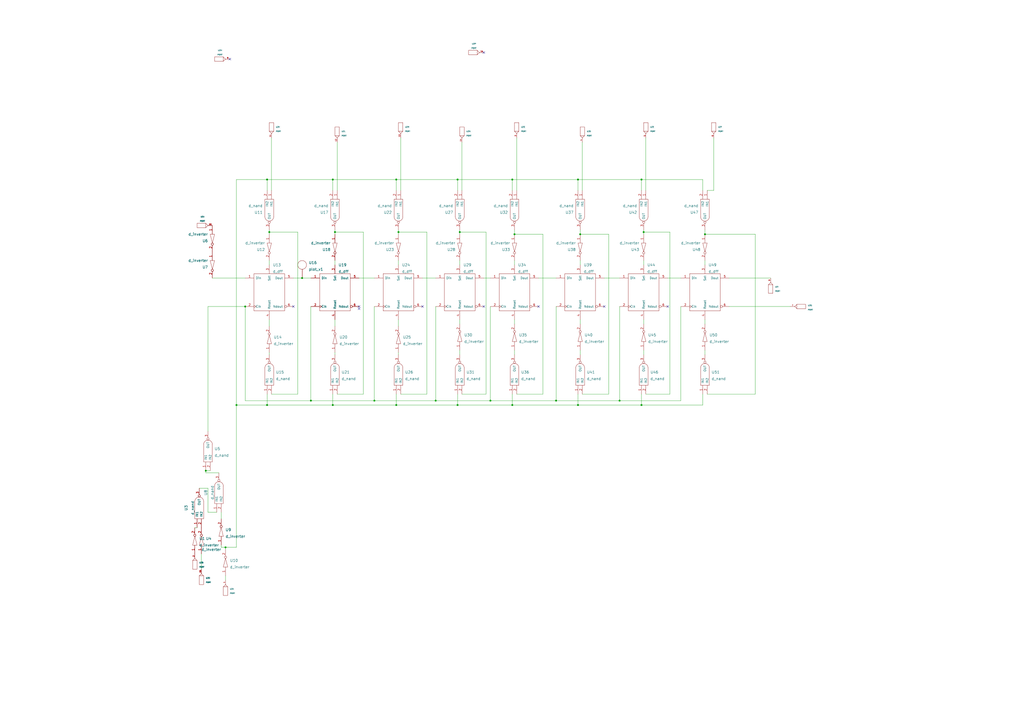
<source format=kicad_sch>
(kicad_sch (version 20211123) (generator eeschema)
  (paper "A2")
  (lib_symbols
    (symbol "eSim_Digital:d_dff" (pin_names (offset 1.016))
      (property "Reference" "U" (at 0 0 0))
      (property "Value" "d_dff" (at 0 3.81 0))
      (symbol "d_dff_0_1"
        (rectangle (start 8.89 11.43) (end -8.89 -10.16))
      )
      (symbol "d_dff_1_1"
        (pin input line (at -13.97 8.89 0) (length 5.08) (name "Din") (number "1"))
        (pin input clock (at -13.97 -7.62 0) (length 5.08) (name "Clk") (number "2"))
        (pin input line (at 0 16.51 270) (length 5.08) (name "Set") (number "3"))
        (pin input line (at 0 -15.24 90) (length 5.08) (name "Reset") (number "4"))
        (pin output line (at 13.97 8.89 180) (length 5.08) (name "Dout") (number "5"))
        (pin output inverted (at 13.97 -7.62 180) (length 5.08) (name "Ndout") (number "6"))
      )
    )
    (symbol "eSim_Digital:d_inverter" (pin_names (offset 1.016))
      (property "Reference" "U" (at 0 -2.54 0))
      (property "Value" "d_inverter" (at 0 3.81 0))
      (symbol "d_inverter_0_1"
        (polyline (pts (xy -2.54 1.27) (xy -2.54 -1.27) (xy 2.54 0) (xy -2.54 1.27)))
      )
      (symbol "d_inverter_1_1"
        (pin input line (at -7.62 0 0) (length 5.08) (name "~") (number "1"))
        (pin output inverted (at 7.62 0 180) (length 5.08) (name "~") (number "2"))
      )
    )
    (symbol "eSim_Digital:d_nand" (pin_names (offset 1.016))
      (property "Reference" "U" (at 0 0 0))
      (property "Value" "d_nand" (at 1.27 2.54 0))
      (symbol "d_nand_0_1"
        (polyline (pts (xy 3.81 -1.27) (xy -6.35 -1.27) (xy -6.35 3.81) (xy 3.81 3.81)))
        (arc (start 3.81 -1.27) (mid 5.5897 -0.5171) (end 6.35 1.27))
        (arc (start 6.35 1.27) (mid 5.5971 3.0497) (end 3.81 3.81))
      )
      (symbol "d_nand_1_1"
        (pin input line (at -11.43 2.54 0) (length 5.08) (name "IN1") (number "1"))
        (pin input line (at -11.43 0 0) (length 5.08) (name "IN2") (number "2"))
        (pin output inverted (at 11.43 1.27 180) (length 5.08) (name "OUT") (number "3"))
      )
    )
    (symbol "eSim_Miscellaneous:PORT" (pin_names (offset 1.016))
      (property "Reference" "U" (at 1.27 2.54 0))
      (property "Value" "PORT" (at 0 0 0))
      (symbol "PORT_0_1"
        (rectangle (start -2.54 1.27) (end 2.54 -1.27))
        (arc (start 2.54 1.27) (mid 3.1355 0.5955) (end 3.81 0))
        (arc (start 3.81 0) (mid 3.1447 -0.6046) (end 2.54 -1.27))
      )
      (symbol "PORT_1_1"
        (pin bidirectional line (at 6.35 0 180) (length 2.54) (name "~") (number "1"))
      )
      (symbol "PORT_2_1"
        (pin bidirectional line (at 6.35 0 180) (length 2.54) (name "~") (number "2"))
      )
      (symbol "PORT_3_1"
        (pin bidirectional line (at 6.35 0 180) (length 2.54) (name "~") (number "3"))
      )
      (symbol "PORT_4_1"
        (pin bidirectional line (at 6.35 0 180) (length 2.54) (name "~") (number "4"))
      )
      (symbol "PORT_5_1"
        (pin bidirectional line (at 6.35 0 180) (length 2.54) (name "~") (number "5"))
      )
      (symbol "PORT_6_1"
        (pin bidirectional line (at 6.35 0 180) (length 2.54) (name "~") (number "6"))
      )
      (symbol "PORT_7_1"
        (pin bidirectional line (at 6.35 0 180) (length 2.54) (name "~") (number "7"))
      )
      (symbol "PORT_8_1"
        (pin bidirectional line (at 6.35 0 180) (length 2.54) (name "~") (number "8"))
      )
      (symbol "PORT_9_1"
        (pin bidirectional line (at 6.35 0 180) (length 2.54) (name "~") (number "9"))
      )
      (symbol "PORT_10_1"
        (pin bidirectional line (at 6.35 0 180) (length 2.54) (name "~") (number "10"))
      )
      (symbol "PORT_11_1"
        (pin bidirectional line (at 6.35 0 180) (length 2.54) (name "~") (number "11"))
      )
      (symbol "PORT_12_1"
        (pin bidirectional line (at 6.35 0 180) (length 2.54) (name "~") (number "12"))
      )
      (symbol "PORT_13_1"
        (pin bidirectional line (at 6.35 0 180) (length 2.54) (name "~") (number "13"))
      )
      (symbol "PORT_14_1"
        (pin bidirectional line (at 6.35 0 180) (length 2.54) (name "~") (number "14"))
      )
      (symbol "PORT_15_1"
        (pin bidirectional line (at 6.35 0 180) (length 2.54) (name "~") (number "15"))
      )
      (symbol "PORT_16_1"
        (pin bidirectional line (at 6.35 0 180) (length 2.54) (name "~") (number "16"))
      )
      (symbol "PORT_17_1"
        (pin bidirectional line (at 6.35 0 180) (length 2.54) (name "~") (number "17"))
      )
      (symbol "PORT_18_1"
        (pin bidirectional line (at 6.35 0 180) (length 2.54) (name "~") (number "18"))
      )
      (symbol "PORT_19_1"
        (pin bidirectional line (at 6.35 0 180) (length 2.54) (name "~") (number "19"))
      )
      (symbol "PORT_20_1"
        (pin bidirectional line (at 6.35 0 180) (length 2.54) (name "~") (number "20"))
      )
      (symbol "PORT_21_1"
        (pin bidirectional line (at 6.35 0 180) (length 2.54) (name "~") (number "21"))
      )
      (symbol "PORT_22_1"
        (pin bidirectional line (at 6.35 0 180) (length 2.54) (name "~") (number "22"))
      )
      (symbol "PORT_23_1"
        (pin bidirectional line (at 6.35 0 180) (length 2.54) (name "~") (number "23"))
      )
      (symbol "PORT_24_1"
        (pin bidirectional line (at 6.35 0 180) (length 2.54) (name "~") (number "24"))
      )
      (symbol "PORT_25_1"
        (pin bidirectional line (at 6.35 0 180) (length 2.54) (name "~") (number "25"))
      )
      (symbol "PORT_26_1"
        (pin bidirectional line (at 6.35 0 180) (length 2.54) (name "~") (number "26"))
      )
    )
    (symbol "eSim_Plot:plot_v1" (pin_names (offset 1.016))
      (property "Reference" "U" (at 0 12.7 0))
      (property "Value" "plot_v1" (at 5.08 8.89 0))
      (symbol "plot_v1_0_1"
        (circle (center 0 12.7) (radius 2.54))
      )
      (symbol "plot_v1_1_1"
        (pin input line (at 0 5.08 90) (length 5.08) (name "~") (number "~"))
      )
    )
  )
  (junction (at 266.7 134.62))
  (junction (at 229.87 234.95))
  (junction (at 335.28 104.14))
  (junction (at 229.87 104.14))
  (junction (at 175.26 161.29))
  (junction (at 217.17 232.41))
  (junction (at 156.21 134.62))
  (junction (at 142.24 177.8))
  (junction (at 252.73 232.41))
  (junction (at 154.94 234.95))
  (junction (at 335.28 234.95))
  (junction (at 137.16 234.95))
  (junction (at 265.43 104.14))
  (junction (at 193.04 234.95))
  (junction (at 372.11 234.95))
  (junction (at 336.55 135.89))
  (junction (at 322.58 232.41))
  (junction (at 154.94 104.14))
  (junction (at 265.43 234.95))
  (junction (at 297.18 104.14))
  (junction (at 359.41 232.41))
  (junction (at 194.31 134.62))
  (junction (at 408.94 135.89))
  (junction (at 130.81 317.5))
  (junction (at 298.45 135.89))
  (junction (at 372.11 104.14))
  (junction (at 193.04 104.14))
  (junction (at 231.14 134.62))
  (junction (at 284.48 232.41))
  (junction (at 297.18 234.95))
  (junction (at 119.38 273.05))
  (junction (at 373.38 134.62))
  (junction (at 180.34 232.41))
  (no_connect (at 312.42 177.8))
  (no_connect (at 245.11 177.8))
  (no_connect (at 280.67 30.48))
  (no_connect (at 133.35 34.29))
  (no_connect (at 208.28 179.07))
  (no_connect (at 170.18 177.8))
  (no_connect (at 350.52 177.8))
  (no_connect (at 208.28 177.8))
  (no_connect (at 387.35 177.8))
  (no_connect (at 280.67 177.8))
  (wire (pts (xy 154.94 234.95) (xy 193.04 234.95)))
  (wire (pts (xy 266.7 133.35) (xy 266.7 134.62)))
  (wire (pts (xy 337.82 228.6) (xy 353.06 228.6)))
  (wire (pts (xy 353.06 135.89) (xy 336.55 135.89)))
  (wire (pts (xy 142.24 232.41) (xy 180.34 232.41)))
  (wire (pts (xy 252.73 232.41) (xy 284.48 232.41)))
  (wire (pts (xy 372.11 234.95) (xy 372.11 228.6)))
  (wire (pts (xy 336.55 185.42) (xy 336.55 187.96)))
  (wire (pts (xy 394.97 232.41) (xy 394.97 177.8)))
  (wire (pts (xy 194.31 151.13) (xy 194.31 153.67)))
  (wire (pts (xy 130.81 318.77) (xy 130.81 317.5)))
  (wire (pts (xy 298.45 203.2) (xy 298.45 205.74)))
  (wire (pts (xy 408.94 133.35) (xy 408.94 135.89)))
  (wire (pts (xy 373.38 133.35) (xy 373.38 134.62)))
  (wire (pts (xy 245.11 161.29) (xy 252.73 161.29)))
  (wire (pts (xy 195.58 82.55) (xy 195.58 110.49)))
  (wire (pts (xy 157.48 80.01) (xy 157.48 110.49)))
  (wire (pts (xy 119.38 274.32) (xy 119.38 273.05)))
  (wire (pts (xy 299.72 80.01) (xy 299.72 110.49)))
  (wire (pts (xy 374.65 228.6) (xy 388.62 228.6)))
  (wire (pts (xy 208.28 161.29) (xy 217.17 161.29)))
  (wire (pts (xy 130.81 317.5) (xy 137.16 317.5)))
  (wire (pts (xy 266.7 203.2) (xy 266.7 205.74)))
  (wire (pts (xy 130.81 336.55) (xy 130.81 334.01)))
  (wire (pts (xy 336.55 203.2) (xy 336.55 205.74)))
  (wire (pts (xy 335.28 234.95) (xy 372.11 234.95)))
  (wire (pts (xy 372.11 234.95) (xy 407.67 234.95)))
  (wire (pts (xy 314.96 228.6) (xy 314.96 135.89)))
  (wire (pts (xy 217.17 232.41) (xy 252.73 232.41)))
  (wire (pts (xy 335.28 104.14) (xy 335.28 110.49)))
  (wire (pts (xy 195.58 228.6) (xy 210.82 228.6)))
  (wire (pts (xy 128.27 316.23) (xy 128.27 317.5)))
  (wire (pts (xy 194.31 204.47) (xy 194.31 205.74)))
  (wire (pts (xy 172.72 134.62) (xy 156.21 134.62)))
  (wire (pts (xy 156.21 204.47) (xy 156.21 205.74)))
  (wire (pts (xy 229.87 234.95) (xy 229.87 228.6)))
  (wire (pts (xy 335.28 234.95) (xy 335.28 228.6)))
  (wire (pts (xy 388.62 228.6) (xy 388.62 134.62)))
  (wire (pts (xy 373.38 151.13) (xy 373.38 153.67)))
  (wire (pts (xy 210.82 134.62) (xy 194.31 134.62)))
  (wire (pts (xy 231.14 204.47) (xy 231.14 205.74)))
  (wire (pts (xy 284.48 232.41) (xy 322.58 232.41)))
  (wire (pts (xy 247.65 134.62) (xy 231.14 134.62)))
  (wire (pts (xy 231.14 151.13) (xy 231.14 153.67)))
  (wire (pts (xy 353.06 228.6) (xy 353.06 135.89)))
  (wire (pts (xy 130.81 317.5) (xy 128.27 317.5)))
  (wire (pts (xy 407.67 234.95) (xy 407.67 228.6)))
  (wire (pts (xy 265.43 104.14) (xy 297.18 104.14)))
  (wire (pts (xy 267.97 228.6) (xy 281.94 228.6)))
  (wire (pts (xy 387.35 161.29) (xy 394.97 161.29)))
  (wire (pts (xy 229.87 234.95) (xy 265.43 234.95)))
  (wire (pts (xy 372.11 104.14) (xy 372.11 110.49)))
  (wire (pts (xy 298.45 185.42) (xy 298.45 187.96)))
  (wire (pts (xy 180.34 232.41) (xy 217.17 232.41)))
  (wire (pts (xy 322.58 177.8) (xy 322.58 232.41)))
  (wire (pts (xy 154.94 104.14) (xy 154.94 110.49)))
  (wire (pts (xy 266.7 185.42) (xy 266.7 187.96)))
  (wire (pts (xy 267.97 82.55) (xy 267.97 110.49)))
  (wire (pts (xy 231.14 134.62) (xy 231.14 135.89)))
  (wire (pts (xy 410.21 228.6) (xy 438.15 228.6)))
  (wire (pts (xy 170.18 161.29) (xy 175.26 161.29)))
  (wire (pts (xy 156.21 133.35) (xy 156.21 134.62)))
  (wire (pts (xy 115.57 283.21) (xy 120.65 283.21)))
  (wire (pts (xy 193.04 110.49) (xy 193.04 104.14)))
  (wire (pts (xy 373.38 185.42) (xy 373.38 187.96)))
  (wire (pts (xy 350.52 161.29) (xy 359.41 161.29)))
  (wire (pts (xy 422.91 161.29) (xy 447.04 161.29)))
  (wire (pts (xy 193.04 104.14) (xy 154.94 104.14)))
  (wire (pts (xy 247.65 228.6) (xy 247.65 134.62)))
  (wire (pts (xy 298.45 133.35) (xy 298.45 135.89)))
  (wire (pts (xy 154.94 104.14) (xy 137.16 104.14)))
  (wire (pts (xy 281.94 134.62) (xy 266.7 134.62)))
  (wire (pts (xy 156.21 151.13) (xy 156.21 153.67)))
  (wire (pts (xy 297.18 234.95) (xy 297.18 228.6)))
  (wire (pts (xy 137.16 234.95) (xy 154.94 234.95)))
  (wire (pts (xy 231.14 185.42) (xy 231.14 189.23)))
  (wire (pts (xy 335.28 104.14) (xy 372.11 104.14)))
  (wire (pts (xy 407.67 104.14) (xy 407.67 110.49)))
  (wire (pts (xy 373.38 203.2) (xy 373.38 205.74)))
  (wire (pts (xy 373.38 134.62) (xy 373.38 135.89)))
  (wire (pts (xy 119.38 273.05) (xy 121.92 273.05)))
  (wire (pts (xy 265.43 234.95) (xy 265.43 228.6)))
  (wire (pts (xy 297.18 234.95) (xy 335.28 234.95)))
  (wire (pts (xy 266.7 134.62) (xy 266.7 135.89)))
  (wire (pts (xy 157.48 228.6) (xy 172.72 228.6)))
  (wire (pts (xy 142.24 177.8) (xy 142.24 232.41)))
  (wire (pts (xy 281.94 134.62) (xy 281.94 228.6)))
  (wire (pts (xy 284.48 177.8) (xy 284.48 232.41)))
  (wire (pts (xy 128.27 297.18) (xy 128.27 300.99)))
  (wire (pts (xy 252.73 177.8) (xy 252.73 232.41)))
  (wire (pts (xy 120.65 297.18) (xy 125.73 297.18)))
  (wire (pts (xy 172.72 228.6) (xy 172.72 134.62)))
  (wire (pts (xy 194.31 133.35) (xy 194.31 134.62)))
  (wire (pts (xy 127 274.32) (xy 119.38 274.32)))
  (wire (pts (xy 410.21 110.49) (xy 414.02 110.49)))
  (wire (pts (xy 408.94 185.42) (xy 408.94 187.96)))
  (wire (pts (xy 137.16 104.14) (xy 137.16 234.95)))
  (wire (pts (xy 414.02 80.01) (xy 414.02 110.49)))
  (wire (pts (xy 298.45 151.13) (xy 298.45 153.67)))
  (wire (pts (xy 229.87 104.14) (xy 265.43 104.14)))
  (wire (pts (xy 265.43 104.14) (xy 265.43 110.49)))
  (wire (pts (xy 299.72 228.6) (xy 314.96 228.6)))
  (wire (pts (xy 374.65 80.01) (xy 374.65 110.49)))
  (wire (pts (xy 156.21 134.62) (xy 156.21 135.89)))
  (wire (pts (xy 408.94 151.13) (xy 408.94 153.67)))
  (wire (pts (xy 337.82 82.55) (xy 337.82 110.49)))
  (wire (pts (xy 120.65 283.21) (xy 120.65 297.18)))
  (wire (pts (xy 297.18 104.14) (xy 335.28 104.14)))
  (wire (pts (xy 194.31 185.42) (xy 194.31 189.23)))
  (wire (pts (xy 372.11 104.14) (xy 407.67 104.14)))
  (wire (pts (xy 388.62 134.62) (xy 373.38 134.62)))
  (wire (pts (xy 232.41 228.6) (xy 247.65 228.6)))
  (wire (pts (xy 175.26 161.29) (xy 180.34 161.29)))
  (wire (pts (xy 123.19 161.29) (xy 142.24 161.29)))
  (wire (pts (xy 312.42 161.29) (xy 322.58 161.29)))
  (wire (pts (xy 156.21 185.42) (xy 156.21 189.23)))
  (wire (pts (xy 232.41 80.01) (xy 232.41 110.49)))
  (wire (pts (xy 193.04 104.14) (xy 229.87 104.14)))
  (wire (pts (xy 137.16 234.95) (xy 137.16 317.5)))
  (wire (pts (xy 266.7 151.13) (xy 266.7 153.67)))
  (wire (pts (xy 422.91 177.8) (xy 458.47 177.8)))
  (wire (pts (xy 120.65 177.8) (xy 142.24 177.8)))
  (wire (pts (xy 280.67 161.29) (xy 284.48 161.29)))
  (wire (pts (xy 193.04 234.95) (xy 229.87 234.95)))
  (wire (pts (xy 113.03 306.07) (xy 114.3 306.07)))
  (wire (pts (xy 194.31 134.62) (xy 194.31 135.89)))
  (wire (pts (xy 314.96 135.89) (xy 298.45 135.89)))
  (wire (pts (xy 336.55 133.35) (xy 336.55 135.89)))
  (wire (pts (xy 297.18 104.14) (xy 297.18 110.49)))
  (wire (pts (xy 359.41 177.8) (xy 359.41 232.41)))
  (wire (pts (xy 231.14 133.35) (xy 231.14 134.62)))
  (wire (pts (xy 154.94 228.6) (xy 154.94 234.95)))
  (wire (pts (xy 217.17 177.8) (xy 217.17 232.41)))
  (wire (pts (xy 438.15 135.89) (xy 408.94 135.89)))
  (wire (pts (xy 116.84 330.2) (xy 116.84 321.31)))
  (wire (pts (xy 193.04 234.95) (xy 193.04 228.6)))
  (wire (pts (xy 408.94 203.2) (xy 408.94 205.74)))
  (wire (pts (xy 210.82 228.6) (xy 210.82 134.62)))
  (wire (pts (xy 229.87 104.14) (xy 229.87 110.49)))
  (wire (pts (xy 438.15 228.6) (xy 438.15 135.89)))
  (wire (pts (xy 322.58 232.41) (xy 359.41 232.41)))
  (wire (pts (xy 120.65 177.8) (xy 120.65 250.19)))
  (wire (pts (xy 359.41 232.41) (xy 394.97 232.41)))
  (wire (pts (xy 336.55 151.13) (xy 336.55 153.67)))
  (wire (pts (xy 265.43 234.95) (xy 297.18 234.95)))
  (wire (pts (xy 180.34 177.8) (xy 180.34 232.41)))
  (symbol (lib_id "eSim_Digital:d_inverter") (at 408.94 195.58 90) (unit 1)
    (property "Reference" "U50" (at 411.48 194.31 90) (effects (font (size 1.524 1.524)) (justify right)))
    (property "Value" "d_inverter" (at 411.48 198.12 90) (effects (font (size 1.524 1.524)) (justify right)))
  )
  (symbol (lib_id "eSim_Digital:d_dff") (at 336.55 170.18 0) (unit 1)
    (property "Reference" "U39" (at 338.5694 153.67 0) (effects (font (size 1.524 1.524)) (justify left)))
    (property "Value" "d_dff" (at 338.5694 157.48 0) (effects (font (size 1.524 1.524)) (justify left)))
  )
  (symbol (lib_id "eSim_Digital:d_inverter") (at 231.14 196.85 90) (unit 1)
    (property "Reference" "U25" (at 233.68 195.58 90) (effects (font (size 1.524 1.524)) (justify right)))
    (property "Value" "d_inverter" (at 233.68 199.39 90) (effects (font (size 1.524 1.524)) (justify right)))
  )
  (symbol (lib_id "eSim_Miscellaneous:PORT") (at 232.41 73.66 270) (unit 13)
    (property "Reference" "U2" (at 234.95 73.66 90) (effects (font (size 0.762 0.762)) (justify left)))
    (property "Value" "PORT" (at 234.95 76.2 90) (effects (font (size 0.762 0.762)) (justify left)))
  )
  (symbol (lib_id "eSim_Digital:d_inverter") (at 298.45 143.51 270) (unit 1)
    (property "Reference" "U33" (at 295.91 144.78 90) (effects (font (size 1.524 1.524)) (justify right)))
    (property "Value" "d_inverter" (at 295.91 140.97 90) (effects (font (size 1.524 1.524)) (justify right)))
  )
  (symbol (lib_id "eSim_Digital:d_nand") (at 410.21 217.17 90) (unit 1)
    (property "Reference" "U51" (at 412.75 215.9 90) (effects (font (size 1.524 1.524)) (justify right)))
    (property "Value" "d_nand" (at 412.75 219.71 90) (effects (font (size 1.524 1.524)) (justify right)))
  )
  (symbol (lib_id "eSim_Digital:d_nand") (at 116.84 294.64 90) (unit 1)
    (property "Reference" "U3" (at 107.95 294.64 0) (effects (font (size 1.524 1.524))))
    (property "Value" "d_nand" (at 111.76 294.64 0) (effects (font (size 1.524 1.524))))
  )
  (symbol (lib_id "eSim_Digital:d_dff") (at 298.45 170.18 0) (unit 1)
    (property "Reference" "U34" (at 300.4694 153.67 0) (effects (font (size 1.524 1.524)) (justify left)))
    (property "Value" "d_dff" (at 300.4694 157.48 0) (effects (font (size 1.524 1.524)) (justify left)))
  )
  (symbol (lib_id "eSim_Digital:d_dff") (at 156.21 170.18 0) (unit 1)
    (property "Reference" "U13" (at 158.2294 153.67 0) (effects (font (size 1.524 1.524)) (justify left)))
    (property "Value" "d_dff" (at 158.2294 157.48 0) (effects (font (size 1.524 1.524)) (justify left)))
  )
  (symbol (lib_id "eSim_Digital:d_nand") (at 337.82 217.17 90) (unit 1)
    (property "Reference" "U41" (at 340.36 215.9 90) (effects (font (size 1.524 1.524)) (justify right)))
    (property "Value" "d_nand" (at 340.36 219.71 90) (effects (font (size 1.524 1.524)) (justify right)))
  )
  (symbol (lib_id "eSim_Miscellaneous:PORT") (at 116.84 130.81 0) (unit 10)
    (property "Reference" "U2" (at 117.475 125.73 0) (effects (font (size 0.762 0.762))))
    (property "Value" "PORT" (at 117.475 128.27 0) (effects (font (size 0.762 0.762))))
  )
  (symbol (lib_id "eSim_Digital:d_nand") (at 335.28 121.92 270) (unit 1)
    (property "Reference" "U37" (at 332.74 123.19 90) (effects (font (size 1.524 1.524)) (justify right)))
    (property "Value" "d_nand" (at 332.74 119.38 90) (effects (font (size 1.524 1.524)) (justify right)))
  )
  (symbol (lib_id "eSim_Digital:d_nand") (at 128.27 285.75 90) (unit 1)
    (property "Reference" "U8" (at 119.38 285.75 0) (effects (font (size 1.524 1.524))))
    (property "Value" "d_nand" (at 123.19 285.75 0) (effects (font (size 1.524 1.524))))
  )
  (symbol (lib_id "eSim_Digital:d_inverter") (at 298.45 195.58 90) (unit 1)
    (property "Reference" "U35" (at 300.99 194.31 90) (effects (font (size 1.524 1.524)) (justify right)))
    (property "Value" "d_inverter" (at 300.99 198.12 90) (effects (font (size 1.524 1.524)) (justify right)))
  )
  (symbol (lib_id "eSim_Miscellaneous:PORT") (at 130.81 342.9 90) (unit 1)
    (property "Reference" "U2" (at 133.35 341.63 90) (effects (font (size 0.762 0.762)) (justify right)))
    (property "Value" "PORT" (at 133.35 344.17 90) (effects (font (size 0.762 0.762)) (justify right)))
  )
  (symbol (lib_id "eSim_Digital:d_inverter") (at 266.7 143.51 270) (unit 1)
    (property "Reference" "U28" (at 264.16 144.78 90) (effects (font (size 1.524 1.524)) (justify right)))
    (property "Value" "d_inverter" (at 264.16 140.97 90) (effects (font (size 1.524 1.524)) (justify right)))
  )
  (symbol (lib_id "eSim_Digital:d_inverter") (at 336.55 195.58 90) (unit 1)
    (property "Reference" "U40" (at 339.09 194.31 90) (effects (font (size 1.524 1.524)) (justify right)))
    (property "Value" "d_inverter" (at 339.09 198.12 90) (effects (font (size 1.524 1.524)) (justify right)))
  )
  (symbol (lib_id "eSim_Miscellaneous:PORT") (at 195.58 76.2 270) (unit 12)
    (property "Reference" "U2" (at 198.12 76.2 90) (effects (font (size 0.762 0.762)) (justify left)))
    (property "Value" "PORT" (at 198.12 78.74 90) (effects (font (size 0.762 0.762)) (justify left)))
  )
  (symbol (lib_id "eSim_Digital:d_nand") (at 193.04 121.92 270) (unit 1)
    (property "Reference" "U17" (at 190.5 123.19 90) (effects (font (size 1.524 1.524)) (justify right)))
    (property "Value" "d_nand" (at 190.5 119.38 90) (effects (font (size 1.524 1.524)) (justify right)))
  )
  (symbol (lib_id "eSim_Digital:d_nand") (at 267.97 217.17 90) (unit 1)
    (property "Reference" "U31" (at 270.51 215.9 90) (effects (font (size 1.524 1.524)) (justify right)))
    (property "Value" "d_nand" (at 270.51 219.71 90) (effects (font (size 1.524 1.524)) (justify right)))
  )
  (symbol (lib_id "eSim_Miscellaneous:PORT") (at 127 34.29 0) (unit 8)
    (property "Reference" "U2" (at 127.635 29.21 0) (effects (font (size 0.762 0.762))))
    (property "Value" "PORT" (at 127.635 31.75 0) (effects (font (size 0.762 0.762))))
  )
  (symbol (lib_id "eSim_Digital:d_dff") (at 373.38 170.18 0) (unit 1)
    (property "Reference" "U44" (at 375.3994 153.67 0) (effects (font (size 1.524 1.524)) (justify left)))
    (property "Value" "d_dff" (at 375.3994 157.48 0) (effects (font (size 1.524 1.524)) (justify left)))
  )
  (symbol (lib_id "eSim_Miscellaneous:PORT") (at 113.03 327.66 90) (unit 2)
    (property "Reference" "U2" (at 115.57 326.39 90) (effects (font (size 0.762 0.762)) (justify right)))
    (property "Value" "PORT" (at 115.57 328.93 90) (effects (font (size 0.762 0.762)) (justify right)))
  )
  (symbol (lib_id "eSim_Digital:d_inverter") (at 373.38 195.58 90) (unit 1)
    (property "Reference" "U45" (at 375.92 194.31 90) (effects (font (size 1.524 1.524)) (justify right)))
    (property "Value" "d_inverter" (at 375.92 198.12 90) (effects (font (size 1.524 1.524)) (justify right)))
  )
  (symbol (lib_id "eSim_Miscellaneous:PORT") (at 116.84 336.55 90) (unit 15)
    (property "Reference" "U2" (at 119.38 335.28 90) (effects (font (size 0.762 0.762)) (justify right)))
    (property "Value" "PORT" (at 119.38 337.82 90) (effects (font (size 0.762 0.762)) (justify right)))
  )
  (symbol (lib_id "eSim_Digital:d_nand") (at 374.65 217.17 90) (unit 1)
    (property "Reference" "U46" (at 377.19 215.9 90) (effects (font (size 1.524 1.524)) (justify right)))
    (property "Value" "d_nand" (at 377.19 219.71 90) (effects (font (size 1.524 1.524)) (justify right)))
  )
  (symbol (lib_id "eSim_Digital:d_nand") (at 154.94 121.92 270) (unit 1)
    (property "Reference" "U11" (at 152.4 123.19 90) (effects (font (size 1.524 1.524)) (justify right)))
    (property "Value" "d_nand" (at 152.4 119.38 90) (effects (font (size 1.524 1.524)) (justify right)))
  )
  (symbol (lib_id "eSim_Digital:d_nand") (at 265.43 121.92 270) (unit 1)
    (property "Reference" "U27" (at 262.89 123.19 90) (effects (font (size 1.524 1.524)) (justify right)))
    (property "Value" "d_nand" (at 262.89 119.38 90) (effects (font (size 1.524 1.524)) (justify right)))
  )
  (symbol (lib_id "eSim_Digital:d_nand") (at 121.92 261.62 90) (unit 1)
    (property "Reference" "U5" (at 124.46 260.35 90) (effects (font (size 1.524 1.524)) (justify right)))
    (property "Value" "d_nand" (at 124.46 264.16 90) (effects (font (size 1.524 1.524)) (justify right)))
  )
  (symbol (lib_id "eSim_Digital:d_dff") (at 266.7 170.18 0) (unit 1)
    (property "Reference" "U29" (at 268.7194 153.67 0) (effects (font (size 1.524 1.524)) (justify left)))
    (property "Value" "d_dff" (at 268.7194 157.48 0) (effects (font (size 1.524 1.524)) (justify left)))
  )
  (symbol (lib_id "eSim_Digital:d_nand") (at 407.67 121.92 270) (unit 1)
    (property "Reference" "U47" (at 405.13 123.19 90) (effects (font (size 1.524 1.524)) (justify right)))
    (property "Value" "d_nand" (at 405.13 119.38 90) (effects (font (size 1.524 1.524)) (justify right)))
  )
  (symbol (lib_id "eSim_Digital:d_inverter") (at 113.03 313.69 90) (unit 1)
    (property "Reference" "U1" (at 115.57 312.42 90) (effects (font (size 1.524 1.524)) (justify right)))
    (property "Value" "d_inverter" (at 115.57 316.23 90) (effects (font (size 1.524 1.524)) (justify right)))
  )
  (symbol (lib_id "eSim_Digital:d_nand") (at 299.72 217.17 90) (unit 1)
    (property "Reference" "U36" (at 302.26 215.9 90) (effects (font (size 1.524 1.524)) (justify right)))
    (property "Value" "d_nand" (at 302.26 219.71 90) (effects (font (size 1.524 1.524)) (justify right)))
  )
  (symbol (lib_id "eSim_Digital:d_dff") (at 408.94 170.18 0) (unit 1)
    (property "Reference" "U49" (at 410.9594 153.67 0) (effects (font (size 1.524 1.524)) (justify left)))
    (property "Value" "d_dff" (at 410.9594 157.48 0) (effects (font (size 1.524 1.524)) (justify left)))
  )
  (symbol (lib_id "eSim_Miscellaneous:PORT") (at 299.72 73.66 270) (unit 3)
    (property "Reference" "U2" (at 302.26 73.66 90) (effects (font (size 0.762 0.762)) (justify left)))
    (property "Value" "PORT" (at 302.26 76.2 90) (effects (font (size 0.762 0.762)) (justify left)))
  )
  (symbol (lib_id "eSim_Digital:d_inverter") (at 156.21 143.51 270) (unit 1)
    (property "Reference" "U12" (at 153.67 144.78 90) (effects (font (size 1.524 1.524)) (justify right)))
    (property "Value" "d_inverter" (at 153.67 140.97 90) (effects (font (size 1.524 1.524)) (justify right)))
  )
  (symbol (lib_id "eSim_Miscellaneous:PORT") (at 157.48 73.66 270) (unit 11)
    (property "Reference" "U2" (at 160.02 73.66 90) (effects (font (size 0.762 0.762)) (justify left)))
    (property "Value" "PORT" (at 160.02 76.2 90) (effects (font (size 0.762 0.762)) (justify left)))
  )
  (symbol (lib_id "eSim_Miscellaneous:PORT") (at 274.32 30.48 0) (unit 16)
    (property "Reference" "U2" (at 274.955 25.4 0) (effects (font (size 0.762 0.762))))
    (property "Value" "PORT" (at 274.955 27.94 0) (effects (font (size 0.762 0.762))))
  )
  (symbol (lib_id "eSim_Digital:d_inverter") (at 231.14 143.51 270) (unit 1)
    (property "Reference" "U23" (at 228.6 144.78 90) (effects (font (size 1.524 1.524)) (justify right)))
    (property "Value" "d_inverter" (at 228.6 140.97 90) (effects (font (size 1.524 1.524)) (justify right)))
  )
  (symbol (lib_id "eSim_Digital:d_nand") (at 297.18 121.92 270) (unit 1)
    (property "Reference" "U32" (at 294.64 123.19 90) (effects (font (size 1.524 1.524)) (justify right)))
    (property "Value" "d_nand" (at 294.64 119.38 90) (effects (font (size 1.524 1.524)) (justify right)))
  )
  (symbol (lib_id "eSim_Digital:d_inverter") (at 266.7 195.58 90) (unit 1)
    (property "Reference" "U30" (at 269.24 194.31 90) (effects (font (size 1.524 1.524)) (justify right)))
    (property "Value" "d_inverter" (at 269.24 198.12 90) (effects (font (size 1.524 1.524)) (justify right)))
  )
  (symbol (lib_id "eSim_Miscellaneous:PORT") (at 464.82 177.8 180) (unit 7)
    (property "Reference" "U2" (at 468.63 177.165 0) (effects (font (size 0.762 0.762)) (justify right)))
    (property "Value" "PORT" (at 468.63 179.705 0) (effects (font (size 0.762 0.762)) (justify right)))
  )
  (symbol (lib_id "eSim_Digital:d_nand") (at 195.58 217.17 90) (unit 1)
    (property "Reference" "U21" (at 198.12 215.9 90) (effects (font (size 1.524 1.524)) (justify right)))
    (property "Value" "d_nand" (at 198.12 219.71 90) (effects (font (size 1.524 1.524)) (justify right)))
  )
  (symbol (lib_id "eSim_Miscellaneous:PORT") (at 447.04 167.64 90) (unit 9)
    (property "Reference" "U2" (at 449.58 166.37 90) (effects (font (size 0.762 0.762)) (justify right)))
    (property "Value" "PORT" (at 449.58 168.91 90) (effects (font (size 0.762 0.762)) (justify right)))
  )
  (symbol (lib_id "eSim_Digital:d_inverter") (at 373.38 143.51 270) (unit 1)
    (property "Reference" "U43" (at 370.84 144.78 90) (effects (font (size 1.524 1.524)) (justify right)))
    (property "Value" "d_inverter" (at 370.84 140.97 90) (effects (font (size 1.524 1.524)) (justify right)))
  )
  (symbol (lib_id "eSim_Miscellaneous:PORT") (at 337.82 76.2 270) (unit 4)
    (property "Reference" "U2" (at 340.36 76.2 90) (effects (font (size 0.762 0.762)) (justify left)))
    (property "Value" "PORT" (at 340.36 78.74 90) (effects (font (size 0.762 0.762)) (justify left)))
  )
  (symbol (lib_id "eSim_Digital:d_nand") (at 372.11 121.92 270) (unit 1)
    (property "Reference" "U42" (at 369.57 123.19 90) (effects (font (size 1.524 1.524)) (justify right)))
    (property "Value" "d_nand" (at 369.57 119.38 90) (effects (font (size 1.524 1.524)) (justify right)))
  )
  (symbol (lib_id "eSim_Digital:d_inverter") (at 194.31 196.85 90) (unit 1)
    (property "Reference" "U20" (at 196.85 195.58 90) (effects (font (size 1.524 1.524)) (justify right)))
    (property "Value" "d_inverter" (at 196.85 199.39 90) (effects (font (size 1.524 1.524)) (justify right)))
  )
  (symbol (lib_id "eSim_Digital:d_inverter") (at 123.19 153.67 270) (unit 1)
    (property "Reference" "U7" (at 120.65 154.94 90) (effects (font (size 1.524 1.524)) (justify right)))
    (property "Value" "d_inverter" (at 120.65 151.13 90) (effects (font (size 1.524 1.524)) (justify right)))
  )
  (symbol (lib_id "eSim_Digital:d_dff") (at 231.14 170.18 0) (unit 1)
    (property "Reference" "U24" (at 233.1594 153.67 0) (effects (font (size 1.524 1.524)) (justify left)))
    (property "Value" "d_dff" (at 233.1594 157.48 0) (effects (font (size 1.524 1.524)) (justify left)))
  )
  (symbol (lib_id "eSim_Miscellaneous:PORT") (at 267.97 76.2 270) (unit 14)
    (property "Reference" "U2" (at 270.51 76.2 90) (effects (font (size 0.762 0.762)) (justify left)))
    (property "Value" "PORT" (at 270.51 78.74 90) (effects (font (size 0.762 0.762)) (justify left)))
  )
  (symbol (lib_id "eSim_Digital:d_dff") (at 194.31 170.18 0) (unit 1)
    (property "Reference" "U19" (at 196.3294 153.67 0) (effects (font (size 1.524 1.524)) (justify left)))
    (property "Value" "d_dff" (at 196.3294 157.48 0) (effects (font (size 1.524 1.524)) (justify left)))
  )
  (symbol (lib_id "eSim_Plot:plot_v1") (at 175.26 166.37 0) (unit 1)
    (property "Reference" "U16" (at 179.07 152.4 0) (effects (font (size 1.524 1.524)) (justify left)))
    (property "Value" "plot_v1" (at 179.07 156.21 0) (effects (font (size 1.524 1.524)) (justify left)))
  )
  (symbol (lib_id "eSim_Digital:d_nand") (at 232.41 217.17 90) (unit 1)
    (property "Reference" "U26" (at 234.95 215.9 90) (effects (font (size 1.524 1.524)) (justify right)))
    (property "Value" "d_nand" (at 234.95 219.71 90) (effects (font (size 1.524 1.524)) (justify right)))
  )
  (symbol (lib_id "eSim_Digital:d_nand") (at 229.87 121.92 270) (unit 1)
    (property "Reference" "U22" (at 227.33 123.19 90) (effects (font (size 1.524 1.524)) (justify right)))
    (property "Value" "d_nand" (at 227.33 119.38 90) (effects (font (size 1.524 1.524)) (justify right)))
  )
  (symbol (lib_id "eSim_Miscellaneous:PORT") (at 414.02 73.66 270) (unit 6)
    (property "Reference" "U2" (at 416.56 73.66 90) (effects (font (size 0.762 0.762)) (justify left)))
    (property "Value" "PORT" (at 416.56 76.2 90) (effects (font (size 0.762 0.762)) (justify left)))
  )
  (symbol (lib_id "eSim_Digital:d_inverter") (at 156.21 196.85 90) (unit 1)
    (property "Reference" "U14" (at 158.75 195.58 90) (effects (font (size 1.524 1.524)) (justify right)))
    (property "Value" "d_inverter" (at 158.75 199.39 90) (effects (font (size 1.524 1.524)) (justify right)))
  )
  (symbol (lib_id "eSim_Digital:d_nand") (at 157.48 217.17 90) (unit 1)
    (property "Reference" "U15" (at 160.02 215.9 90) (effects (font (size 1.524 1.524)) (justify right)))
    (property "Value" "d_nand" (at 160.02 219.71 90) (effects (font (size 1.524 1.524)) (justify right)))
  )
  (symbol (lib_id "eSim_Digital:d_inverter") (at 123.19 138.43 270) (unit 1)
    (property "Reference" "U6" (at 120.65 139.7 90) (effects (font (size 1.524 1.524)) (justify right)))
    (property "Value" "d_inverter" (at 120.65 135.89 90) (effects (font (size 1.524 1.524)) (justify right)))
  )
  (symbol (lib_id "eSim_Digital:d_inverter") (at 116.84 313.69 90) (unit 1)
    (property "Reference" "U4" (at 119.38 312.42 90) (effects (font (size 1.524 1.524)) (justify right)))
    (property "Value" "d_inverter" (at 116.84 318.77 90) (effects (font (size 1.524 1.524)) (justify right)))
  )
  (symbol (lib_id "eSim_Digital:d_inverter") (at 130.81 326.39 90) (unit 1)
    (property "Reference" "U10" (at 133.35 325.12 90) (effects (font (size 1.524 1.524)) (justify right)))
    (property "Value" "d_inverter" (at 133.35 328.93 90) (effects (font (size 1.524 1.524)) (justify right)))
  )
  (symbol (lib_id "eSim_Miscellaneous:PORT") (at 374.65 73.66 270) (unit 5)
    (property "Reference" "U2" (at 377.19 73.66 90) (effects (font (size 0.762 0.762)) (justify left)))
    (property "Value" "PORT" (at 377.19 76.2 90) (effects (font (size 0.762 0.762)) (justify left)))
  )
  (symbol (lib_id "eSim_Digital:d_inverter") (at 128.27 308.61 90) (unit 1)
    (property "Reference" "U9" (at 130.81 307.34 90) (effects (font (size 1.524 1.524)) (justify right)))
    (property "Value" "d_inverter" (at 130.81 311.15 90) (effects (font (size 1.524 1.524)) (justify right)))
  )
  (symbol (lib_id "eSim_Digital:d_inverter") (at 408.94 143.51 270) (unit 1)
    (property "Reference" "U48" (at 406.4 144.78 90) (effects (font (size 1.524 1.524)) (justify right)))
    (property "Value" "d_inverter" (at 406.4 140.97 90) (effects (font (size 1.524 1.524)) (justify right)))
  )
  (symbol (lib_id "eSim_Digital:d_inverter") (at 194.31 143.51 270) (unit 1)
    (property "Reference" "U18" (at 191.77 144.78 90) (effects (font (size 1.524 1.524)) (justify right)))
    (property "Value" "d_inverter" (at 191.77 140.97 90) (effects (font (size 1.524 1.524)) (justify right)))
  )
  (symbol (lib_id "eSim_Digital:d_inverter") (at 336.55 143.51 270) (unit 1)
    (property "Reference" "U38" (at 334.01 144.78 90) (effects (font (size 1.524 1.524)) (justify right)))
    (property "Value" "d_inverter" (at 334.01 140.97 90) (effects (font (size 1.524 1.524)) (justify right)))
  )
)
</source>
